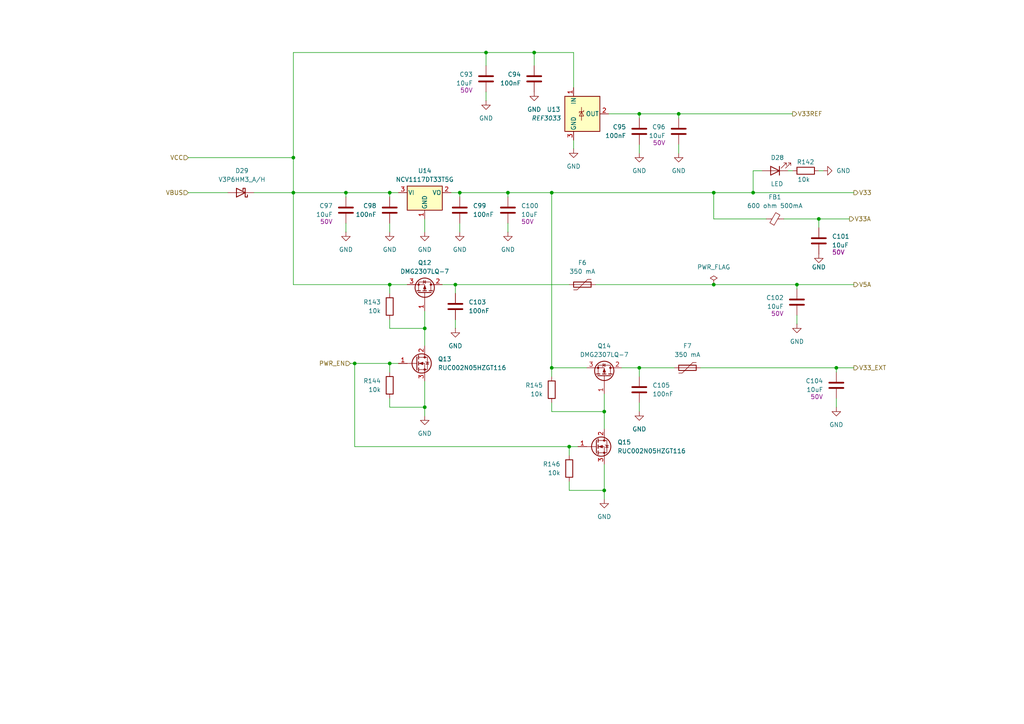
<source format=kicad_sch>
(kicad_sch (version 20231120) (generator "eeschema") (generator_version "8.0")
  (paper "A4")
  (lib_symbols
    (symbol "Device:C" (pin_numbers hide) (pin_names (offset 0.254))
      (property "Reference" "C" (at 0.635 2.54 0))
      (property "Value" "C" (at 0.635 -2.54 0))
      (symbol "C_0_1"
        (polyline (pts (xy -2.032 -0.762) (xy 2.032 -0.762)) (stroke (width 0.508)))
        (polyline (pts (xy -2.032 0.762) (xy 2.032 0.762)) (stroke (width 0.508)))
      )
      (symbol "C_1_1"
        (pin passive line (at 0 3.81 270) (length 2.794) (name "~") (number "1"))
        (pin passive line (at 0 -3.81 90) (length 2.794) (name "~") (number "2"))
      )
    )
    (symbol "Device:D_Schottky" (pin_numbers hide) (pin_names (offset 1.016) hide)
      (property "Reference" "D" (at 0 2.54 0))
      (property "Value" "D_Schottky" (at 0 -2.54 0))
      (symbol "D_Schottky_0_1"
        (polyline (pts (xy 1.27 0) (xy -1.27 0)))
        (polyline (pts (xy 1.27 1.27) (xy 1.27 -1.27) (xy -1.27 0) (xy 1.27 1.27)) (stroke (width 0.254)))
        (polyline (pts (xy -1.905 0.635) (xy -1.905 1.27) (xy -1.27 1.27) (xy -1.27 -1.27) (xy -0.635 -1.27) (xy -0.635 -0.635)) (stroke (width 0.254)))
      )
      (symbol "D_Schottky_1_1"
        (pin passive line (at -3.81 0 0) (length 2.54) (name "K") (number "1"))
        (pin passive line (at 3.81 0 180) (length 2.54) (name "A") (number "2"))
      )
    )
    (symbol "Device:FerriteBead_Small" (pin_numbers hide) (pin_names (offset 0))
      (property "Reference" "FB" (at 1.905 1.27 0))
      (property "Value" "FerriteBead_Small" (at 1.905 -1.27 0))
      (symbol "FerriteBead_Small_0_1"
        (polyline (pts (xy 0 -1.27) (xy 0 -0.7874)))
        (polyline (pts (xy 0 0.889) (xy 0 1.2954)))
        (polyline (pts (xy -1.8288 0.2794) (xy -1.1176 1.4986) (xy 1.8288 -0.2032) (xy 1.1176 -1.4224) (xy -1.8288 0.2794)))
      )
      (symbol "FerriteBead_Small_1_1"
        (pin passive line (at 0 2.54 270) (length 1.27) (name "~") (number "1"))
        (pin passive line (at 0 -2.54 90) (length 1.27) (name "~") (number "2"))
      )
    )
    (symbol "Device:LED" (pin_numbers hide) (pin_names (offset 1.016) hide)
      (property "Reference" "D" (at 0 2.54 0))
      (property "Value" "LED" (at 0 -2.54 0))
      (symbol "LED_0_1"
        (polyline (pts (xy -1.27 -1.27) (xy -1.27 1.27)) (stroke (width 0.254)))
        (polyline (pts (xy -1.27 0) (xy 1.27 0)))
        (polyline (pts (xy 1.27 -1.27) (xy 1.27 1.27) (xy -1.27 0) (xy 1.27 -1.27)) (stroke (width 0.254)))
        (polyline (pts (xy -3.048 -0.762) (xy -4.572 -2.286) (xy -3.81 -2.286) (xy -4.572 -2.286) (xy -4.572 -1.524)))
        (polyline (pts (xy -1.778 -0.762) (xy -3.302 -2.286) (xy -2.54 -2.286) (xy -3.302 -2.286) (xy -3.302 -1.524)))
      )
      (symbol "LED_1_1"
        (pin passive line (at -3.81 0 0) (length 2.54) (name "K") (number "1"))
        (pin passive line (at 3.81 0 180) (length 2.54) (name "A") (number "2"))
      )
    )
    (symbol "Device:Polyfuse" (pin_numbers hide) (pin_names (offset 0))
      (property "Reference" "F" (at -2.54 0 90))
      (property "Value" "Polyfuse" (at 2.54 0 90))
      (symbol "Polyfuse_0_1"
        (rectangle (start -0.762 2.54) (end 0.762 -2.54) (stroke (width 0.254)))
        (polyline (pts (xy 0 2.54) (xy 0 -2.54)))
        (polyline (pts (xy -1.524 2.54) (xy -1.524 1.524) (xy 1.524 -1.524) (xy 1.524 -2.54)))
      )
      (symbol "Polyfuse_1_1"
        (pin passive line (at 0 3.81 270) (length 1.27) (name "~") (number "1"))
        (pin passive line (at 0 -3.81 90) (length 1.27) (name "~") (number "2"))
      )
    )
    (symbol "Device:R" (pin_numbers hide) (pin_names (offset 0))
      (property "Reference" "R" (at 2.032 0 90))
      (property "Value" "R" (at 0 0 90))
      (symbol "R_0_1"
        (rectangle (start -1.016 -2.54) (end 1.016 2.54) (stroke (width 0.254)))
      )
      (symbol "R_1_1"
        (pin passive line (at 0 3.81 270) (length 1.27) (name "~") (number "1"))
        (pin passive line (at 0 -3.81 90) (length 1.27) (name "~") (number "2"))
      )
    )
    (symbol "Reference_Voltage:REF3033" (pin_names (offset 0.254))
      (property "Reference" "U" (at 0 6.35 0))
      (property "Value" "REF3033" (at 2.54 -6.35 0))
      (symbol "REF3033_0_1"
        (rectangle (start -5.08 5.08) (end 5.08 -5.08) (stroke (width 0.254)) (fill (type background)))
        (polyline (pts (xy -0.254 1.905) (xy -0.254 -1.905)))
        (polyline (pts (xy -0.889 -0.635) (xy 0.381 -0.635) (xy -0.254 0.635) (xy -0.889 -0.635)))
        (polyline (pts (xy 0.381 1.016) (xy 0.381 0.635) (xy -0.889 0.635) (xy -0.889 0.254)))
      )
      (symbol "REF3033_1_1"
        (pin power_in line (at -2.54 7.62 270) (length 2.54) (name "IN") (number "1"))
        (pin power_out line (at 7.62 0 180) (length 2.54) (name "OUT") (number "2"))
        (pin power_in line (at -2.54 -7.62 90) (length 2.54) (name "GND") (number "3"))
      )
    )
    (symbol "Regulator_Linear:NCP1117-3.3_TO252" (pin_names (offset 0.254))
      (property "Reference" "U" (at -3.81 3.175 0))
      (property "Value" "NCP1117-3.3_TO252" (at 0 3.175 0))
      (symbol "NCP1117-3.3_TO252_0_1"
        (rectangle (start -5.08 1.905) (end 5.08 -5.08) (stroke (width 0.254)) (fill (type background)))
      )
      (symbol "NCP1117-3.3_TO252_1_1"
        (pin power_in line (at 0 -7.62 90) (length 2.54) (name "GND") (number "1"))
        (pin power_out line (at 7.62 0 180) (length 2.54) (name "VO") (number "2"))
        (pin power_in line (at -7.62 0 0) (length 2.54) (name "VI") (number "3"))
      )
    )
    (symbol "hellen-one-common:MOSFET-N" (pin_names hide)
      (property "Reference" "Q" (at 5.08 6.35 0))
      (property "Value" "MOSFET-N" (at 2.54 3.81 0))
      (symbol "MOSFET-N_0_1"
        (polyline (pts (xy 0.254 0) (xy -2.54 0)))
        (polyline (pts (xy 0.254 1.905) (xy 0.254 -1.905)) (stroke (width 0.254)))
        (polyline (pts (xy 0.762 -1.27) (xy 0.762 -2.286)) (stroke (width 0.254)))
        (polyline (pts (xy 0.762 0.508) (xy 0.762 -0.508)) (stroke (width 0.254)))
        (polyline (pts (xy 0.762 2.286) (xy 0.762 1.27)) (stroke (width 0.254)))
        (polyline (pts (xy 2.54 2.54) (xy 2.54 1.778)))
        (polyline (pts (xy 2.54 -2.54) (xy 2.54 0) (xy 0.762 0)))
        (polyline (pts (xy 0.762 -1.778) (xy 3.302 -1.778) (xy 3.302 1.778) (xy 0.762 1.778)))
        (polyline (pts (xy 1.016 0) (xy 2.032 0.381) (xy 2.032 -0.381) (xy 1.016 0)) (fill (type outline)))
        (polyline (pts (xy 2.794 0.508) (xy 2.921 0.381) (xy 3.683 0.381) (xy 3.81 0.254)))
        (polyline (pts (xy 3.302 0.381) (xy 2.921 -0.254) (xy 3.683 -0.254) (xy 3.302 0.381)))
        (circle (center 1.651 0) (radius 2.794) (stroke (width 0.254)))
        (circle (center 2.54 -1.778) (radius 0.254) (fill (type outline)))
        (circle (center 2.54 1.778) (radius 0.254) (fill (type outline)))
      )
      (symbol "MOSFET-N_1_1"
        (pin input line (at -5.08 0 0) (length 2.54) (name "G") (number "1"))
        (pin passive line (at 2.54 5.08 270) (length 2.54) (name "D") (number "2"))
        (pin passive line (at 2.54 -5.08 90) (length 2.54) (name "S") (number "3"))
      )
    )
    (symbol "hellen-one-common:MOSFET-P" (pin_names hide)
      (property "Reference" "Q" (at 5.207 0.9085 0))
      (property "Value" "MOSFET-P" (at 5.207 -1.8666 0))
      (symbol "MOSFET-P_0_1"
        (polyline (pts (xy 0.254 0) (xy -2.54 0)))
        (polyline (pts (xy 0.254 1.905) (xy 0.254 -1.905)) (stroke (width 0.254)))
        (polyline (pts (xy 0.762 -1.27) (xy 0.762 -2.286)) (stroke (width 0.254)))
        (polyline (pts (xy 0.762 0.508) (xy 0.762 -0.508)) (stroke (width 0.254)))
        (polyline (pts (xy 0.762 2.286) (xy 0.762 1.27)) (stroke (width 0.254)))
        (polyline (pts (xy 2.54 2.54) (xy 2.54 1.778)))
        (polyline (pts (xy 2.54 -2.54) (xy 2.54 0) (xy 0.762 0)))
        (polyline (pts (xy 0.762 1.778) (xy 3.302 1.778) (xy 3.302 -1.778) (xy 0.762 -1.778)))
        (polyline (pts (xy 2.286 0) (xy 1.27 0.381) (xy 1.27 -0.381) (xy 2.286 0)) (fill (type outline)))
        (polyline (pts (xy 2.794 -0.508) (xy 2.921 -0.381) (xy 3.683 -0.381) (xy 3.81 -0.254)))
        (polyline (pts (xy 3.302 -0.381) (xy 2.921 0.254) (xy 3.683 0.254) (xy 3.302 -0.381)))
        (circle (center 1.651 0) (radius 2.794) (stroke (width 0.254)))
        (circle (center 2.54 -1.778) (radius 0.254) (fill (type outline)))
        (circle (center 2.54 1.778) (radius 0.254) (fill (type outline)))
      )
      (symbol "MOSFET-P_1_1"
        (pin input line (at -5.08 0 0) (length 2.54) (name "G") (number "1"))
        (pin passive line (at 2.54 5.08 270) (length 2.54) (name "D") (number "2"))
        (pin passive line (at 2.54 -5.08 90) (length 2.54) (name "S") (number "3"))
      )
    )
    (symbol "power:GND" (power) (pin_numbers hide) (pin_names (offset 0) hide)
      (property "Value" "GND" (at 0 -3.81 0))
      (symbol "GND_0_1"
        (polyline (pts (xy 0 0) (xy 0 -1.27) (xy 1.27 -1.27) (xy 0 -2.54) (xy -1.27 -1.27) (xy 0 -1.27)))
      )
      (symbol "GND_1_1"
        (pin power_in line (at 0 0 270) (length 0) (name "~") (number "1"))
      )
    )
    (symbol "power:PWR_FLAG" (power) (pin_numbers hide) (pin_names (offset 0) hide)
      (property "Value" "PWR_FLAG" (at 0 3.81 0))
      (symbol "PWR_FLAG_0_0"
        (pin power_out line (at 0 0 90) (length 0) (name "~") (number "1"))
      )
      (symbol "PWR_FLAG_0_1"
        (polyline (pts (xy 0 0) (xy 0 1.27) (xy -1.016 1.905) (xy 0 2.54) (xy 1.016 1.905) (xy 0 1.27)))
      )
    )
  )
  (junction (at 231.14 82.55))
  (junction (at 140.97 15.24))
  (junction (at 100.33 55.88))
  (junction (at 133.35 55.88))
  (junction (at 113.03 105.41))
  (junction (at 160.02 106.68))
  (junction (at 175.26 119.38))
  (junction (at 207.01 82.55))
  (junction (at 175.26 142.24))
  (junction (at 147.32 55.88))
  (junction (at 242.57 106.68))
  (junction (at 207.01 55.88))
  (junction (at 102.87 105.41))
  (junction (at 123.19 118.11))
  (junction (at 132.08 82.55))
  (junction (at 85.09 55.88))
  (junction (at 185.42 33.02))
  (junction (at 160.02 55.88))
  (junction (at 185.42 106.68))
  (junction (at 113.03 82.55))
  (junction (at 123.19 95.25))
  (junction (at 113.03 55.88))
  (junction (at 218.44 55.88))
  (junction (at 154.94 15.24))
  (junction (at 237.49 63.5))
  (junction (at 196.85 33.02))
  (junction (at 165.1 129.54))
  (junction (at 85.09 45.72))
  (wire (pts (xy 165.1 139.7) (xy 165.1 142.24)))
  (wire (pts (xy 123.19 63.5) (xy 123.19 67.31)))
  (wire (pts (xy 113.03 92.71) (xy 113.03 95.25)))
  (wire (pts (xy 100.33 64.77) (xy 100.33 67.31)))
  (wire (pts (xy 113.03 105.41) (xy 113.03 107.95)))
  (wire (pts (xy 85.09 45.72) (xy 85.09 15.24)))
  (wire (pts (xy 166.37 40.64) (xy 166.37 43.18)))
  (wire (pts (xy 133.35 55.88) (xy 133.35 57.15)))
  (wire (pts (xy 165.1 142.24) (xy 175.26 142.24)))
  (wire (pts (xy 113.03 82.55) (xy 113.03 85.09)))
  (wire (pts (xy 175.26 119.38) (xy 175.26 114.3)))
  (wire (pts (xy 180.34 106.68) (xy 185.42 106.68)))
  (wire (pts (xy 132.08 82.55) (xy 165.1 82.55)))
  (wire (pts (xy 54.61 45.72) (xy 85.09 45.72)))
  (wire (pts (xy 185.42 41.91) (xy 185.42 44.45)))
  (wire (pts (xy 228.6 49.53) (xy 229.87 49.53)))
  (wire (pts (xy 227.33 63.5) (xy 237.49 63.5)))
  (wire (pts (xy 113.03 118.11) (xy 123.19 118.11)))
  (wire (pts (xy 154.94 15.24) (xy 154.94 19.05)))
  (wire (pts (xy 196.85 33.02) (xy 229.87 33.02)))
  (wire (pts (xy 147.32 55.88) (xy 133.35 55.88)))
  (wire (pts (xy 207.01 82.55) (xy 231.14 82.55)))
  (wire (pts (xy 123.19 118.11) (xy 123.19 120.65)))
  (wire (pts (xy 85.09 55.88) (xy 85.09 82.55)))
  (wire (pts (xy 231.14 82.55) (xy 231.14 83.82)))
  (wire (pts (xy 218.44 49.53) (xy 220.98 49.53)))
  (wire (pts (xy 175.26 119.38) (xy 175.26 124.46)))
  (wire (pts (xy 132.08 92.71) (xy 132.08 95.25)))
  (wire (pts (xy 100.33 55.88) (xy 85.09 55.88)))
  (wire (pts (xy 85.09 55.88) (xy 85.09 45.72)))
  (wire (pts (xy 100.33 55.88) (xy 113.03 55.88)))
  (wire (pts (xy 147.32 57.15) (xy 147.32 55.88)))
  (wire (pts (xy 113.03 64.77) (xy 113.03 67.31)))
  (wire (pts (xy 160.02 55.88) (xy 207.01 55.88)))
  (wire (pts (xy 113.03 57.15) (xy 113.03 55.88)))
  (wire (pts (xy 102.87 105.41) (xy 102.87 129.54)))
  (wire (pts (xy 207.01 55.88) (xy 218.44 55.88)))
  (wire (pts (xy 133.35 64.77) (xy 133.35 67.31)))
  (wire (pts (xy 185.42 106.68) (xy 195.58 106.68)))
  (wire (pts (xy 102.87 105.41) (xy 113.03 105.41)))
  (wire (pts (xy 196.85 33.02) (xy 185.42 33.02)))
  (wire (pts (xy 132.08 82.55) (xy 132.08 85.09)))
  (wire (pts (xy 113.03 55.88) (xy 115.57 55.88)))
  (wire (pts (xy 170.18 106.68) (xy 160.02 106.68)))
  (wire (pts (xy 101.6 105.41) (xy 102.87 105.41)))
  (wire (pts (xy 123.19 95.25) (xy 123.19 90.17)))
  (wire (pts (xy 102.87 129.54) (xy 165.1 129.54)))
  (wire (pts (xy 123.19 118.11) (xy 123.19 110.49)))
  (wire (pts (xy 165.1 129.54) (xy 165.1 132.08)))
  (wire (pts (xy 237.49 63.5) (xy 246.38 63.5)))
  (wire (pts (xy 203.2 106.68) (xy 242.57 106.68)))
  (wire (pts (xy 242.57 106.68) (xy 247.65 106.68)))
  (wire (pts (xy 231.14 82.55) (xy 247.65 82.55)))
  (wire (pts (xy 185.42 116.84) (xy 185.42 119.38)))
  (wire (pts (xy 160.02 119.38) (xy 175.26 119.38)))
  (wire (pts (xy 160.02 106.68) (xy 160.02 109.22)))
  (wire (pts (xy 128.27 82.55) (xy 132.08 82.55)))
  (wire (pts (xy 207.01 63.5) (xy 207.01 55.88)))
  (wire (pts (xy 85.09 82.55) (xy 113.03 82.55)))
  (wire (pts (xy 242.57 106.68) (xy 242.57 107.95)))
  (wire (pts (xy 237.49 66.04) (xy 237.49 63.5)))
  (wire (pts (xy 231.14 91.44) (xy 231.14 93.98)))
  (wire (pts (xy 147.32 64.77) (xy 147.32 67.31)))
  (wire (pts (xy 185.42 33.02) (xy 185.42 34.29)))
  (wire (pts (xy 196.85 41.91) (xy 196.85 44.45)))
  (wire (pts (xy 140.97 15.24) (xy 154.94 15.24)))
  (wire (pts (xy 242.57 115.57) (xy 242.57 118.11)))
  (wire (pts (xy 154.94 15.24) (xy 166.37 15.24)))
  (wire (pts (xy 175.26 142.24) (xy 175.26 144.78)))
  (wire (pts (xy 160.02 55.88) (xy 160.02 106.68)))
  (wire (pts (xy 196.85 34.29) (xy 196.85 33.02)))
  (wire (pts (xy 118.11 82.55) (xy 113.03 82.55)))
  (wire (pts (xy 140.97 26.67) (xy 140.97 29.21)))
  (wire (pts (xy 222.25 63.5) (xy 207.01 63.5)))
  (wire (pts (xy 115.57 105.41) (xy 113.03 105.41)))
  (wire (pts (xy 100.33 57.15) (xy 100.33 55.88)))
  (wire (pts (xy 123.19 95.25) (xy 123.19 100.33)))
  (wire (pts (xy 237.49 49.53) (xy 238.76 49.53)))
  (wire (pts (xy 185.42 106.68) (xy 185.42 109.22)))
  (wire (pts (xy 113.03 95.25) (xy 123.19 95.25)))
  (wire (pts (xy 54.61 55.88) (xy 66.04 55.88)))
  (wire (pts (xy 176.53 33.02) (xy 185.42 33.02)))
  (wire (pts (xy 247.65 55.88) (xy 218.44 55.88)))
  (wire (pts (xy 166.37 15.24) (xy 166.37 25.4)))
  (wire (pts (xy 147.32 55.88) (xy 160.02 55.88)))
  (wire (pts (xy 140.97 15.24) (xy 140.97 19.05)))
  (wire (pts (xy 172.72 82.55) (xy 207.01 82.55)))
  (wire (pts (xy 167.64 129.54) (xy 165.1 129.54)))
  (wire (pts (xy 73.66 55.88) (xy 85.09 55.88)))
  (wire (pts (xy 113.03 115.57) (xy 113.03 118.11)))
  (wire (pts (xy 130.81 55.88) (xy 133.35 55.88)))
  (wire (pts (xy 85.09 15.24) (xy 140.97 15.24)))
  (wire (pts (xy 175.26 142.24) (xy 175.26 134.62)))
  (wire (pts (xy 218.44 55.88) (xy 218.44 49.53)))
  (wire (pts (xy 160.02 116.84) (xy 160.02 119.38)))
  (hierarchical_label "VCC" (shape input) (at 54.61 45.72 180))
  (hierarchical_label "V5A" (shape output) (at 247.65 82.55 0))
  (hierarchical_label "VBUS" (shape input) (at 54.61 55.88 180))
  (hierarchical_label "V33" (shape output) (at 247.65 55.88 0))
  (hierarchical_label "V33REF" (shape output) (at 229.87 33.02 0))
  (hierarchical_label "V33A" (shape output) (at 246.38 63.5 0))
  (hierarchical_label "PWR_EN" (shape input) (at 101.6 105.41 180))
  (hierarchical_label "V33_EXT" (shape output) (at 247.65 106.68 0))
  (symbol (lib_id "power:GND") (at 231.14 93.98 0) (unit 1)
    (property "Reference" "#PWR0151" (effects (hide yes)))
    (property "Value" "GND" (at 231.14 99.06 0))
    (property "Description" "Power symbol creates a global label with name \"GND\" , ground" (effects (hide yes)))
  )
  (symbol (lib_id "power:PWR_FLAG") (at 207.01 82.55 0) (unit 1)
    (property "Reference" "#FLG07" (effects (hide yes)))
    (property "Value" "PWR_FLAG" (at 207.01 77.47 0))
    (property "Description" "Special symbol for telling ERC where power comes from" (effects (hide yes)))
  )
  (symbol (lib_id "Device:Polyfuse") (at 199.39 106.68 90) (unit 1)
    (property "Reference" "F7" (at 199.39 100.33 90))
    (property "Value" "350 mA" (at 199.39 102.87 90))
    (property "Footprint" "Fuse:Fuse_1206_3216Metric" (effects (hide yes)))
    (property "MPN" "0ZCJ0035FF2G" (effects (hide yes)))
  )
  (symbol (lib_id "power:GND") (at 133.35 67.31 0) (unit 1)
    (property "Reference" "#PWR0148" (effects (hide yes)))
    (property "Value" "GND" (at 133.35 72.39 0))
    (property "Description" "Power symbol creates a global label with name \"GND\" , ground" (effects (hide yes)))
  )
  (symbol (lib_id "Device:R") (at 233.68 49.53 90) (unit 1)
    (property "Reference" "R142" (at 236.22 46.99 90) (effects (justify left)))
    (property "Value" "10k" (at 234.95 52.07 90) (effects (justify left)))
    (property "Footprint" "Resistor_SMD:R_0402_1005Metric" (effects (hide yes)))
    (property "MPN" "AC0402JR-0710KL" (effects (hide yes)))
  )
  (symbol (lib_id "Device:C") (at 231.14 87.63 0) (mirror y) (unit 1)
    (property "Reference" "C102" (at 227.33 86.36 0) (effects (justify left)))
    (property "Value" "10uF" (at 227.33 88.9 0) (effects (justify left)))
    (property "Footprint" "Capacitor_SMD:C_1206_3216Metric" (effects (hide yes)))
    (property "Napięcie" "50V" (at 225.463 90.9585 0))
    (property "MPN" "CL31A106KBHNNNE" (effects (hide yes)))
  )
  (symbol (lib_id "Device:C") (at 140.97 22.86 0) (mirror y) (unit 1)
    (property "Reference" "C93" (at 137.16 21.59 0) (effects (justify left)))
    (property "Value" "10uF" (at 137.16 24.13 0) (effects (justify left)))
    (property "Footprint" "Capacitor_SMD:C_1206_3216Metric" (effects (hide yes)))
    (property "Napięcie" "50V" (at 135.293 26.1885 0))
    (property "MPN" "CL31A106KBHNNNE" (effects (hide yes)))
  )
  (symbol (lib_id "power:GND") (at 113.03 67.31 0) (unit 1)
    (property "Reference" "#PWR0146" (effects (hide yes)))
    (property "Value" "GND" (at 113.03 72.39 0))
    (property "Description" "Power symbol creates a global label with name \"GND\" , ground" (effects (hide yes)))
  )
  (symbol (lib_id "Device:D_Schottky") (at 69.85 55.88 180) (unit 1)
    (property "Reference" "D29" (at 70.1675 49.53 0))
    (property "Value" "V3P6HM3_A/H" (at 70.1675 52.07 0))
    (property "Footprint" "Diode_SMD:Vishay_SMPA" (effects (hide yes)))
    (property "MPN" "V3P6HM3_A/H" (effects (hide yes)))
  )
  (symbol (lib_id "power:GND") (at 147.32 67.31 0) (unit 1)
    (property "Reference" "#PWR0149" (effects (hide yes)))
    (property "Value" "GND" (at 147.32 72.39 0))
    (property "Description" "Power symbol creates a global label with name \"GND\" , ground" (effects (hide yes)))
  )
  (symbol (lib_id "power:GND") (at 185.42 119.38 0) (unit 1)
    (property "Reference" "#PWR0154" (effects (hide yes)))
    (property "Value" "GND" (at 185.42 124.46 0))
    (property "Description" "Power symbol creates a global label with name \"GND\" , ground" (effects (hide yes)))
  )
  (symbol (lib_id "Device:C") (at 196.85 38.1 0) (mirror y) (unit 1)
    (property "Reference" "C96" (at 193.04 36.83 0) (effects (justify left)))
    (property "Value" "10uF" (at 193.04 39.37 0) (effects (justify left)))
    (property "Footprint" "Capacitor_SMD:C_1206_3216Metric" (effects (hide yes)))
    (property "Napięcie" "50V" (at 191.173 41.4285 0))
    (property "MPN" "CL31A106KBHNNNE" (effects (hide yes)))
  )
  (symbol (lib_id "power:GND") (at 166.37 43.18 0) (unit 1)
    (property "Reference" "#PWR0141" (effects (hide yes)))
    (property "Value" "GND" (at 166.37 48.26 0))
    (property "Description" "Power symbol creates a global label with name \"GND\" , ground" (effects (hide yes)))
  )
  (symbol (lib_id "Device:C") (at 237.49 69.85 0) (unit 1)
    (property "Reference" "C101" (at 241.3 68.58 0) (effects (justify left)))
    (property "Value" "10uF" (at 241.3 71.12 0) (effects (justify left)))
    (property "Footprint" "Capacitor_SMD:C_1206_3216Metric" (effects (hide yes)))
    (property "Napięcie" "50V" (at 243.167 73.1785 0))
    (property "MPN" "CL31A106KBHNNNE" (effects (hide yes)))
  )
  (symbol (lib_id "Device:C") (at 242.57 111.76 0) (mirror y) (unit 1)
    (property "Reference" "C104" (at 238.76 110.49 0) (effects (justify left)))
    (property "Value" "10uF" (at 238.76 113.03 0) (effects (justify left)))
    (property "Footprint" "Capacitor_SMD:C_1206_3216Metric" (effects (hide yes)))
    (property "Napięcie" "50V" (at 236.893 115.0885 0))
    (property "MPN" "CL31A106KBHNNNE" (effects (hide yes)))
  )
  (symbol (lib_id "Device:C") (at 147.32 60.96 0) (unit 1)
    (property "Reference" "C100" (at 151.13 59.69 0) (effects (justify left)))
    (property "Value" "10uF" (at 151.13 62.23 0) (effects (justify left)))
    (property "Footprint" "Capacitor_SMD:C_1206_3216Metric" (effects (hide yes)))
    (property "Napięcie" "50V" (at 152.997 64.2885 0))
    (property "MPN" "CL31A106KBHNNNE" (effects (hide yes)))
  )
  (symbol (lib_id "power:GND") (at 140.97 29.21 0) (unit 1)
    (property "Reference" "#PWR0140" (effects (hide yes)))
    (property "Value" "GND" (at 140.97 34.29 0))
    (property "Description" "Power symbol creates a global label with name \"GND\" , ground" (effects (hide yes)))
  )
  (symbol (lib_id "hellen-one-common:MOSFET-N") (at 120.65 105.41 0) (unit 1)
    (property "Reference" "Q13" (at 127 104.14 0) (effects (justify left)))
    (property "Value" "RUC002N05HZGT116" (at 127 106.68 0) (effects (justify left)))
    (property "Footprint" "Package_TO_SOT_SMD:SOT-23" (effects (hide yes)))
    (property "MPN" "RUC002N05HZGT116" (effects (hide yes)))
  )
  (symbol (lib_id "power:GND") (at 185.42 44.45 0) (unit 1)
    (property "Reference" "#PWR0142" (effects (hide yes)))
    (property "Value" "GND" (at 185.42 49.53 0))
    (property "Description" "Power symbol creates a global label with name \"GND\" , ground" (effects (hide yes)))
  )
  (symbol (lib_id "Device:R") (at 165.1 135.89 0) (mirror x) (unit 1)
    (property "Reference" "R146" (at 162.56 134.62 0) (effects (justify right)))
    (property "Value" "10k" (at 162.56 137.16 0) (effects (justify right)))
    (property "Footprint" "Resistor_SMD:R_0402_1005Metric" (effects (hide yes)))
    (property "MPN" "AC0402JR-0710KL" (effects (hide yes)))
  )
  (symbol (lib_id "Regulator_Linear:NCP1117-3.3_TO252") (at 123.19 55.88 0) (unit 1)
    (property "Reference" "U14" (at 123.19 49.53 0))
    (property "Value" "NCV1117DT33T5G" (at 123.19 52.07 0))
    (property "Footprint" "Package_TO_SOT_SMD:TO-252-2" (effects (hide yes)))
    (property "MPN" "NCV1117DT33T5G" (effects (hide yes)))
  )
  (symbol (lib_id "Device:C") (at 133.35 60.96 180) (unit 1)
    (property "Reference" "C99" (at 137.16 59.69 0) (effects (justify right)))
    (property "Value" "100nF" (at 137.16 62.23 0) (effects (justify right)))
    (property "Footprint" "Capacitor_SMD:C_0402_1005Metric" (effects (hide yes)))
    (property "MPN" "CL05B104KB54PNC" (effects (hide yes)))
  )
  (symbol (lib_id "Device:Polyfuse") (at 168.91 82.55 90) (unit 1)
    (property "Reference" "F6" (at 168.91 76.2 90))
    (property "Value" "350 mA" (at 168.91 78.74 90))
    (property "Footprint" "Fuse:Fuse_1206_3216Metric" (effects (hide yes)))
    (property "MPN" "0ZCJ0035FF2G" (effects (hide yes)))
  )
  (symbol (lib_id "hellen-one-common:MOSFET-P") (at 175.26 109.22 270) (mirror x) (unit 1)
    (property "Reference" "Q14" (at 175.26 100.33 90))
    (property "Value" "DMG2307LQ-7" (at 175.26 102.87 90))
    (property "Footprint" "Package_TO_SOT_SMD:SOT-23-3" (effects (hide yes)))
    (property "MPN" "DMG2307LQ-7" (effects (hide yes)))
  )
  (symbol (lib_id "power:GND") (at 196.85 44.45 0) (unit 1)
    (property "Reference" "#PWR0143" (effects (hide yes)))
    (property "Value" "GND" (at 196.85 49.53 0))
    (property "Description" "Power symbol creates a global label with name \"GND\" , ground" (effects (hide yes)))
  )
  (symbol (lib_id "hellen-one-common:MOSFET-N") (at 172.72 129.54 0) (unit 1)
    (property "Reference" "Q15" (at 179.07 128.27 0) (effects (justify left)))
    (property "Value" "RUC002N05HZGT116" (at 179.07 130.81 0) (effects (justify left)))
    (property "Footprint" "Package_TO_SOT_SMD:SOT-23" (effects (hide yes)))
    (property "MPN" "RUC002N05HZGT116" (effects (hide yes)))
  )
  (symbol (lib_id "power:GND") (at 242.57 118.11 0) (unit 1)
    (property "Reference" "#PWR0153" (effects (hide yes)))
    (property "Value" "GND" (at 242.57 123.19 0))
    (property "Description" "Power symbol creates a global label with name \"GND\" , ground" (effects (hide yes)))
  )
  (symbol (lib_id "power:GND") (at 132.08 95.25 0) (unit 1)
    (property "Reference" "#PWR0152" (effects (hide yes)))
    (property "Value" "GND" (at 132.08 100.33 0))
    (property "Description" "Power symbol creates a global label with name \"GND\" , ground" (effects (hide yes)))
  )
  (symbol (lib_id "power:GND") (at 123.19 120.65 0) (unit 1)
    (property "Reference" "#PWR0155" (effects (hide yes)))
    (property "Value" "GND" (at 123.19 125.73 0))
    (property "Description" "Power symbol creates a global label with name \"GND\" , ground" (effects (hide yes)))
  )
  (symbol (lib_id "power:GND") (at 237.49 73.66 0) (unit 1)
    (property "Reference" "#PWR0150" (effects (hide yes)))
    (property "Value" "GND" (at 237.49 77.47 0))
    (property "Description" "Power symbol creates a global label with name \"GND\" , ground" (effects (hide yes)))
  )
  (symbol (lib_id "power:GND") (at 175.26 144.78 0) (unit 1)
    (property "Reference" "#PWR0156" (effects (hide yes)))
    (property "Value" "GND" (at 175.26 149.86 0))
    (property "Description" "Power symbol creates a global label with name \"GND\" , ground" (effects (hide yes)))
  )
  (symbol (lib_id "Device:LED") (at 224.79 49.53 180) (unit 1)
    (property "Reference" "D28" (at 223.52 45.72 0) (effects (justify right)))
    (property "Value" "LED" (at 223.52 53.34 0) (effects (justify right)))
    (property "Footprint" "LED_SMD:LED_0603_1608Metric" (effects (hide yes)))
    (property "MPN" "150060AS75000" (effects (hide yes)))
  )
  (symbol (lib_id "power:GND") (at 238.76 49.53 90) (unit 1)
    (property "Reference" "#PWR0144" (effects (hide yes)))
    (property "Value" "GND" (at 242.57 49.5299 90) (effects (justify right)))
    (property "Description" "Power symbol creates a global label with name \"GND\" , ground" (effects (hide yes)))
  )
  (symbol (lib_id "Device:C") (at 113.03 60.96 0) (mirror x) (unit 1)
    (property "Reference" "C98" (at 109.22 59.69 0) (effects (justify right)))
    (property "Value" "100nF" (at 109.22 62.23 0) (effects (justify right)))
    (property "Footprint" "Capacitor_SMD:C_0402_1005Metric" (effects (hide yes)))
    (property "MPN" "CL05B104KB54PNC" (effects (hide yes)))
  )
  (symbol (lib_id "Device:FerriteBead_Small") (at 224.79 63.5 90) (unit 1)
    (property "Reference" "FB1" (at 224.7519 57.15 90))
    (property "Value" "600 ohm 500mA" (at 224.7519 59.69 90))
    (property "Footprint" "Resistor_SMD:R_0603_1608Metric" (effects (hide yes)))
    (property "MPN" "BLM18AG601SN1D" (effects (hide yes)))
  )
  (symbol (lib_id "Device:R") (at 160.02 113.03 0) (mirror x) (unit 1)
    (property "Reference" "R145" (at 157.48 111.76 0) (effects (justify right)))
    (property "Value" "10k" (at 157.48 114.3 0) (effects (justify right)))
    (property "Footprint" "Resistor_SMD:R_0402_1005Metric" (effects (hide yes)))
    (property "MPN" "AC0402JR-0710KL" (effects (hide yes)))
  )
  (symbol (lib_id "Device:R") (at 113.03 111.76 0) (mirror x) (unit 1)
    (property "Reference" "R144" (at 110.49 110.49 0) (effects (justify right)))
    (property "Value" "10k" (at 110.49 113.03 0) (effects (justify right)))
    (property "Footprint" "Resistor_SMD:R_0402_1005Metric" (effects (hide yes)))
    (property "MPN" "AC0402JR-0710KL" (effects (hide yes)))
  )
  (symbol (lib_id "Reference_Voltage:REF3033") (at 168.91 33.02 0) (unit 1)
    (property "Reference" "U13" (at 162.56 31.75 0) (effects (justify right)))
    (property "Value" "REF3033" (at 162.56 34.29 0) (effects (font (italic yes)) (justify right)))
    (property "Footprint" "Package_TO_SOT_SMD:SOT-23" (effects (hide yes)))
    (property "Datasheet" "http://www.ti.com/lit/ds/symlink/ref3033.pdf" (effects (hide yes)))
    (property "MPN" "REF3033AIDBZR" (effects (hide yes)))
  )
  (symbol (lib_id "Device:C") (at 100.33 60.96 0) (mirror y) (unit 1)
    (property "Reference" "C97" (at 96.52 59.69 0) (effects (justify left)))
    (property "Value" "10uF" (at 96.52 62.23 0) (effects (justify left)))
    (property "Footprint" "Capacitor_SMD:C_1206_3216Metric" (effects (hide yes)))
    (property "Napięcie" "50V" (at 94.653 64.2885 0))
    (property "MPN" "CL31A106KBHNNNE" (effects (hide yes)))
  )
  (symbol (lib_id "power:GND") (at 100.33 67.31 0) (unit 1)
    (property "Reference" "#PWR0145" (effects (hide yes)))
    (property "Value" "GND" (at 100.33 72.39 0))
    (property "Description" "Power symbol creates a global label with name \"GND\" , ground" (effects (hide yes)))
  )
  (symbol (lib_id "Device:C") (at 154.94 22.86 0) (mirror x) (unit 1)
    (property "Reference" "C94" (at 151.13 21.59 0) (effects (justify right)))
    (property "Value" "100nF" (at 151.13 24.13 0) (effects (justify right)))
    (property "Footprint" "Capacitor_SMD:C_0402_1005Metric" (effects (hide yes)))
    (property "MPN" "CL05B104KB54PNC" (effects (hide yes)))
  )
  (symbol (lib_id "hellen-one-common:MOSFET-P") (at 123.19 85.09 270) (mirror x) (unit 1)
    (property "Reference" "Q12" (at 123.19 76.2 90))
    (property "Value" "DMG2307LQ-7" (at 123.19 78.74 90))
    (property "Footprint" "Package_TO_SOT_SMD:SOT-23-3" (effects (hide yes)))
    (property "MPN" "DMG2307LQ-7" (effects (hide yes)))
  )
  (symbol (lib_id "power:GND") (at 154.94 26.67 0) (unit 1)
    (property "Reference" "#PWR0139" (effects (hide yes)))
    (property "Value" "GND" (at 154.94 31.75 0))
    (property "Description" "Power symbol creates a global label with name \"GND\" , ground" (effects (hide yes)))
  )
  (symbol (lib_id "Device:C") (at 185.42 38.1 0) (mirror x) (unit 1)
    (property "Reference" "C95" (at 181.61 36.83 0) (effects (justify right)))
    (property "Value" "100nF" (at 181.61 39.37 0) (effects (justify right)))
    (property "Footprint" "Capacitor_SMD:C_0402_1005Metric" (effects (hide yes)))
    (property "MPN" "CL05B104KB54PNC" (effects (hide yes)))
  )
  (symbol (lib_id "Device:R") (at 113.03 88.9 0) (mirror x) (unit 1)
    (property "Reference" "R143" (at 110.49 87.63 0) (effects (justify right)))
    (property "Value" "10k" (at 110.49 90.17 0) (effects (justify right)))
    (property "Footprint" "Resistor_SMD:R_0402_1005Metric" (effects (hide yes)))
    (property "MPN" "AC0402JR-0710KL" (effects (hide yes)))
  )
  (symbol (lib_id "Device:C") (at 132.08 88.9 180) (unit 1)
    (property "Reference" "C103" (at 135.89 87.63 0) (effects (justify right)))
    (property "Value" "100nF" (at 135.89 90.17 0) (effects (justify right)))
    (property "Footprint" "Capacitor_SMD:C_0402_1005Metric" (effects (hide yes)))
    (property "MPN" "CL05B104KB54PNC" (effects (hide yes)))
  )
  (symbol (lib_id "Device:C") (at 185.42 113.03 180) (unit 1)
    (property "Reference" "C105" (at 189.23 111.76 0) (effects (justify right)))
    (property "Value" "100nF" (at 189.23 114.3 0) (effects (justify right)))
    (property "Footprint" "Capacitor_SMD:C_0402_1005Metric" (effects (hide yes)))
    (property "MPN" "CL05B104KB54PNC" (effects (hide yes)))
  )
  (symbol (lib_id "power:GND") (at 123.19 67.31 0) (unit 1)
    (property "Reference" "#PWR0147" (effects (hide yes)))
    (property "Value" "GND" (at 123.19 72.39 0))
    (property "Description" "Power symbol creates a global label with name \"GND\" , ground" (effects (hide yes)))
  )
)
</source>
